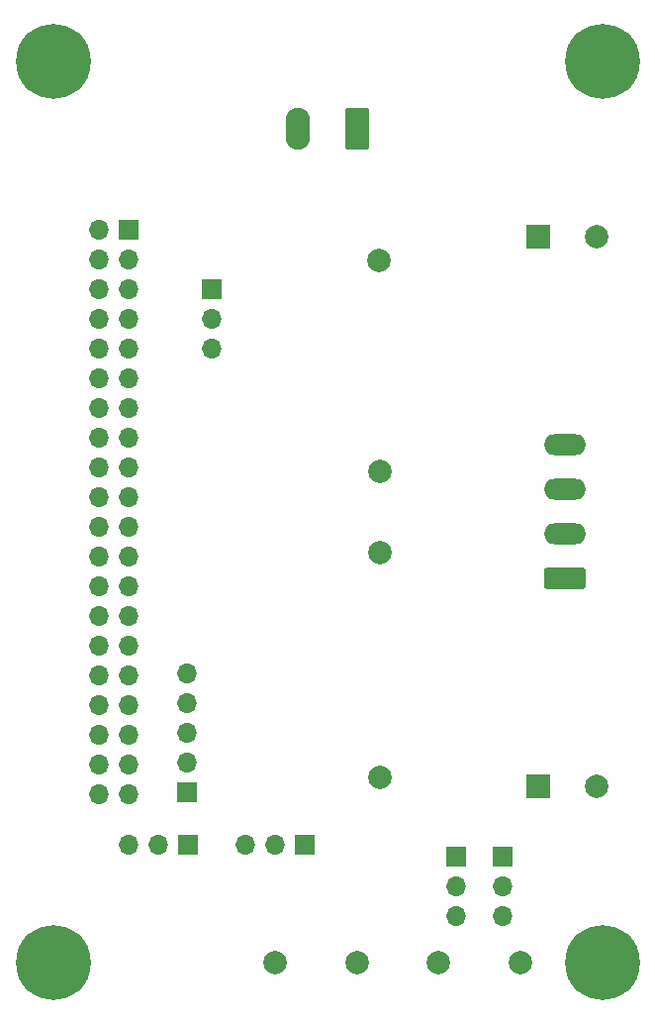
<source format=gbs>
%TF.GenerationSoftware,KiCad,Pcbnew,(6.0.5)*%
%TF.CreationDate,2024-12-30T17:36:42+01:00*%
%TF.ProjectId,TMC5160_Dev,544d4335-3136-4305-9f44-65762e6b6963,rev?*%
%TF.SameCoordinates,Original*%
%TF.FileFunction,Soldermask,Bot*%
%TF.FilePolarity,Negative*%
%FSLAX46Y46*%
G04 Gerber Fmt 4.6, Leading zero omitted, Abs format (unit mm)*
G04 Created by KiCad (PCBNEW (6.0.5)) date 2024-12-30 17:36:42*
%MOMM*%
%LPD*%
G01*
G04 APERTURE LIST*
G04 Aperture macros list*
%AMRoundRect*
0 Rectangle with rounded corners*
0 $1 Rounding radius*
0 $2 $3 $4 $5 $6 $7 $8 $9 X,Y pos of 4 corners*
0 Add a 4 corners polygon primitive as box body*
4,1,4,$2,$3,$4,$5,$6,$7,$8,$9,$2,$3,0*
0 Add four circle primitives for the rounded corners*
1,1,$1+$1,$2,$3*
1,1,$1+$1,$4,$5*
1,1,$1+$1,$6,$7*
1,1,$1+$1,$8,$9*
0 Add four rect primitives between the rounded corners*
20,1,$1+$1,$2,$3,$4,$5,0*
20,1,$1+$1,$4,$5,$6,$7,0*
20,1,$1+$1,$6,$7,$8,$9,0*
20,1,$1+$1,$8,$9,$2,$3,0*%
G04 Aperture macros list end*
%ADD10R,2.000000X2.000000*%
%ADD11C,2.000000*%
%ADD12RoundRect,0.249999X0.790001X1.550001X-0.790001X1.550001X-0.790001X-1.550001X0.790001X-1.550001X0*%
%ADD13O,2.080000X3.600000*%
%ADD14R,1.700000X1.700000*%
%ADD15O,1.700000X1.700000*%
%ADD16C,6.400000*%
%ADD17RoundRect,0.250000X1.550000X-0.650000X1.550000X0.650000X-1.550000X0.650000X-1.550000X-0.650000X0*%
%ADD18O,3.600000X1.800000*%
G04 APERTURE END LIST*
D10*
%TO.C,C15*%
X166542323Y-82000000D03*
D11*
X171542323Y-82000000D03*
%TD*%
D12*
%TO.C,J6*%
X151040000Y-72777500D03*
D13*
X145960000Y-72777500D03*
%TD*%
D14*
%TO.C,J9*%
X138600000Y-86460000D03*
D15*
X138600000Y-89000000D03*
X138600000Y-91540000D03*
%TD*%
D16*
%TO.C,H2*%
X172000000Y-67000000D03*
%TD*%
%TO.C,H4*%
X172000000Y-144000000D03*
%TD*%
D11*
%TO.C,TP5*%
X152900000Y-84000000D03*
%TD*%
%TO.C,TP2*%
X151000000Y-144000000D03*
%TD*%
D14*
%TO.C,J8*%
X136500000Y-129500000D03*
D15*
X136500000Y-126960000D03*
X136500000Y-124420000D03*
X136500000Y-121880000D03*
X136500000Y-119340000D03*
%TD*%
D14*
%TO.C,J4*%
X159500000Y-134960000D03*
D15*
X159500000Y-137500000D03*
X159500000Y-140040000D03*
%TD*%
D17*
%TO.C,J7*%
X168817500Y-111160000D03*
D18*
X168817500Y-107350000D03*
X168817500Y-103540000D03*
X168817500Y-99730000D03*
%TD*%
D14*
%TO.C,J5*%
X163500000Y-134960000D03*
D15*
X163500000Y-137500000D03*
X163500000Y-140040000D03*
%TD*%
D11*
%TO.C,TP6*%
X153000000Y-102000000D03*
%TD*%
D10*
%TO.C,C14*%
X166542323Y-129000000D03*
D11*
X171542323Y-129000000D03*
%TD*%
D16*
%TO.C,H3*%
X125000000Y-144000000D03*
%TD*%
D11*
%TO.C,TP7*%
X153000000Y-109000000D03*
%TD*%
D16*
%TO.C,H1*%
X125000000Y-67000000D03*
%TD*%
D11*
%TO.C,TP4*%
X165000000Y-144000000D03*
%TD*%
D14*
%TO.C,J2*%
X146500000Y-134000000D03*
D15*
X143960000Y-134000000D03*
X141420000Y-134000000D03*
%TD*%
D11*
%TO.C,TP3*%
X158000000Y-144000000D03*
%TD*%
D14*
%TO.C,J3*%
X131500000Y-81370000D03*
D15*
X128960000Y-81370000D03*
X131500000Y-83910000D03*
X128960000Y-83910000D03*
X131500000Y-86450000D03*
X128960000Y-86450000D03*
X131500000Y-88990000D03*
X128960000Y-88990000D03*
X131500000Y-91530000D03*
X128960000Y-91530000D03*
X131500000Y-94070000D03*
X128960000Y-94070000D03*
X131500000Y-96610000D03*
X128960000Y-96610000D03*
X131500000Y-99150000D03*
X128960000Y-99150000D03*
X131500000Y-101690000D03*
X128960000Y-101690000D03*
X131500000Y-104230000D03*
X128960000Y-104230000D03*
X131500000Y-106770000D03*
X128960000Y-106770000D03*
X131500000Y-109310000D03*
X128960000Y-109310000D03*
X131500000Y-111850000D03*
X128960000Y-111850000D03*
X131500000Y-114390000D03*
X128960000Y-114390000D03*
X131500000Y-116930000D03*
X128960000Y-116930000D03*
X131500000Y-119470000D03*
X128960000Y-119470000D03*
X131500000Y-122010000D03*
X128960000Y-122010000D03*
X131500000Y-124550000D03*
X128960000Y-124550000D03*
X131500000Y-127090000D03*
X128960000Y-127090000D03*
X131500000Y-129630000D03*
X128960000Y-129630000D03*
%TD*%
D11*
%TO.C,TP1*%
X144000000Y-144000000D03*
%TD*%
D14*
%TO.C,J1*%
X136525000Y-134000000D03*
D15*
X133985000Y-134000000D03*
X131445000Y-134000000D03*
%TD*%
D11*
%TO.C,TP8*%
X153000000Y-128200000D03*
%TD*%
M02*

</source>
